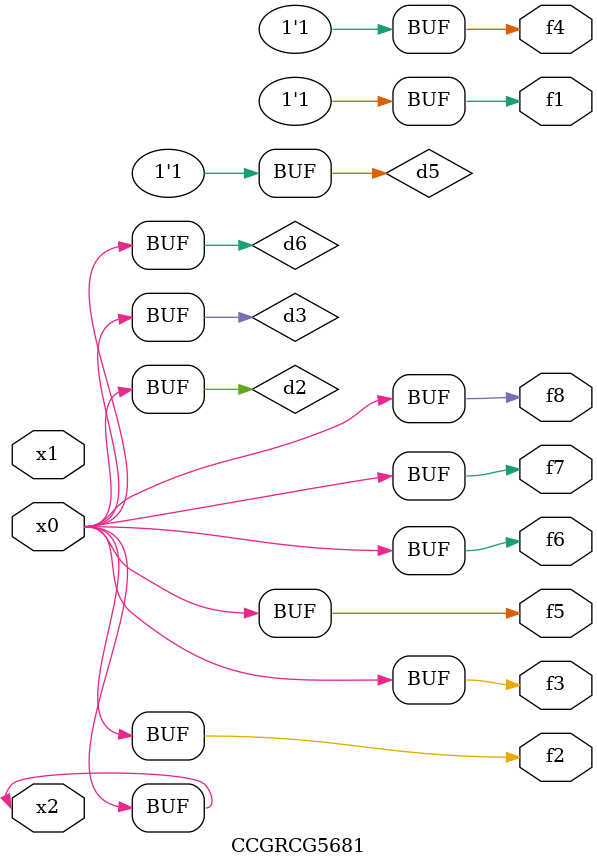
<source format=v>
module CCGRCG5681(
	input x0, x1, x2,
	output f1, f2, f3, f4, f5, f6, f7, f8
);

	wire d1, d2, d3, d4, d5, d6;

	xnor (d1, x2);
	buf (d2, x0, x2);
	and (d3, x0);
	xnor (d4, x1, x2);
	nand (d5, d1, d3);
	buf (d6, d2, d3);
	assign f1 = d5;
	assign f2 = d6;
	assign f3 = d6;
	assign f4 = d5;
	assign f5 = d6;
	assign f6 = d6;
	assign f7 = d6;
	assign f8 = d6;
endmodule

</source>
